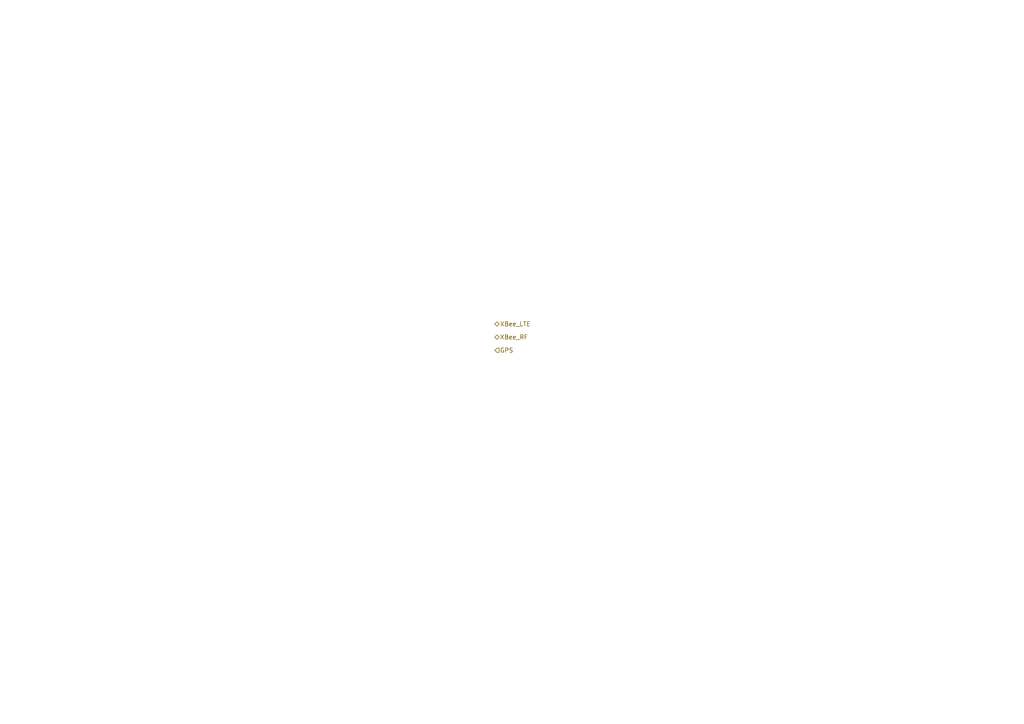
<source format=kicad_sch>
(kicad_sch
	(version 20250114)
	(generator "eeschema")
	(generator_version "9.0")
	(uuid "a969dc67-4f4e-4342-91e8-dc6fdef44822")
	(paper "A4")
	(lib_symbols)
	(hierarchical_label "XBee_LTE"
		(shape bidirectional)
		(at 143.51 93.98 0)
		(effects
			(font
				(size 1.27 1.27)
			)
			(justify left)
		)
		(uuid "70f74fd9-a360-45e6-ab02-078bd3f4ed41")
	)
	(hierarchical_label "GPS"
		(shape input)
		(at 143.51 101.6 0)
		(effects
			(font
				(size 1.27 1.27)
			)
			(justify left)
		)
		(uuid "96084dbd-c5db-4c8d-88f4-d8b1d6a7518a")
	)
	(hierarchical_label "XBee_RF"
		(shape bidirectional)
		(at 143.51 97.79 0)
		(effects
			(font
				(size 1.27 1.27)
			)
			(justify left)
		)
		(uuid "cdc88e4c-4fb1-4c7a-816b-31ffaee5fc77")
	)
)

</source>
